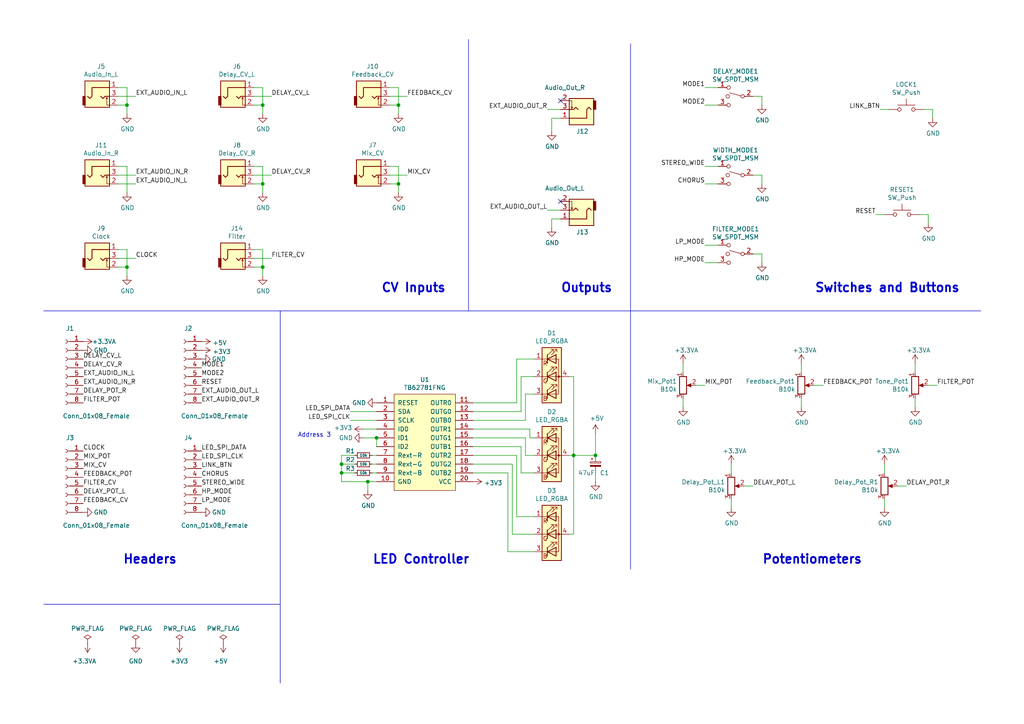
<source format=kicad_sch>
(kicad_sch (version 20230121) (generator eeschema)
  (paper "A4")
  (title_block (title "Retrospector Control Board") (company "Mountjoy Modular"))
  (lib_symbols
    (symbol "Connector:Conn_01x08_Female" (pin_names (offset 1.016) hide)
      (property "Reference" "J" (at 0 10.16 0))
      (property "Value" "Conn_01x08_Female" (at 0 -12.7 0))
      (symbol "Conn_01x08_Female_1_1"
        (arc (start 0 -9.652) (mid -0.5058 -10.16) (end 0 -10.668) (stroke (width 0.1524)))
        (arc (start 0 -7.112) (mid -0.5058 -7.62) (end 0 -8.128) (stroke (width 0.1524)))
        (arc (start 0 -4.572) (mid -0.5058 -5.08) (end 0 -5.588) (stroke (width 0.1524)))
        (arc (start 0 -2.032) (mid -0.5058 -2.54) (end 0 -3.048) (stroke (width 0.1524)))
        (polyline (pts (xy -1.27 -10.16) (xy -0.508 -10.16)) (stroke (width 0.1524)))
        (polyline (pts (xy -1.27 -7.62) (xy -0.508 -7.62)) (stroke (width 0.1524)))
        (polyline (pts (xy -1.27 -5.08) (xy -0.508 -5.08)) (stroke (width 0.1524)))
        (polyline (pts (xy -1.27 -2.54) (xy -0.508 -2.54)) (stroke (width 0.1524)))
        (polyline (pts (xy -1.27 0) (xy -0.508 0)) (stroke (width 0.1524)))
        (polyline (pts (xy -1.27 2.54) (xy -0.508 2.54)) (stroke (width 0.1524)))
        (polyline (pts (xy -1.27 5.08) (xy -0.508 5.08)) (stroke (width 0.1524)))
        (polyline (pts (xy -1.27 7.62) (xy -0.508 7.62)) (stroke (width 0.1524)))
        (arc (start 0 0.508) (mid -0.5058 0) (end 0 -0.508) (stroke (width 0.1524)))
        (arc (start 0 3.048) (mid -0.5058 2.54) (end 0 2.032) (stroke (width 0.1524)))
        (arc (start 0 5.588) (mid -0.5058 5.08) (end 0 4.572) (stroke (width 0.1524)))
        (arc (start 0 8.128) (mid -0.5058 7.62) (end 0 7.112) (stroke (width 0.1524)))
        (pin passive line (at -5.08 7.62 0) (length 3.81) (name "Pin_1") (number "1"))
        (pin passive line (at -5.08 5.08 0) (length 3.81) (name "Pin_2") (number "2"))
        (pin passive line (at -5.08 2.54 0) (length 3.81) (name "Pin_3") (number "3"))
        (pin passive line (at -5.08 0 0) (length 3.81) (name "Pin_4") (number "4"))
        (pin passive line (at -5.08 -2.54 0) (length 3.81) (name "Pin_5") (number "5"))
        (pin passive line (at -5.08 -5.08 0) (length 3.81) (name "Pin_6") (number "6"))
        (pin passive line (at -5.08 -7.62 0) (length 3.81) (name "Pin_7") (number "7"))
        (pin passive line (at -5.08 -10.16 0) (length 3.81) (name "Pin_8") (number "8"))
      )
    )
    (symbol "Device:CP_Small" (pin_numbers hide) (pin_names (offset 0.254) hide)
      (property "Reference" "C" (at 0.254 1.778 0))
      (property "Value" "Device_CP_Small" (at 0.254 -2.032 0))
      (symbol "CP_Small_0_1"
        (rectangle (start -1.524 -0.3048) (end 1.524 -0.6858) (fill (type outline)))
        (rectangle (start -1.524 0.6858) (end 1.524 0.3048))
        (polyline (pts (xy -1.27 1.524) (xy -0.762 1.524)))
        (polyline (pts (xy -1.016 1.27) (xy -1.016 1.778)))
      )
      (symbol "CP_Small_1_1"
        (pin passive line (at 0 2.54 270) (length 1.8542) (name "~") (number "1"))
        (pin passive line (at 0 -2.54 90) (length 1.8542) (name "~") (number "2"))
      )
    )
    (symbol "Device:LED_RGBA" (pin_names (offset 0) hide)
      (property "Reference" "D" (at 0 9.398 0))
      (property "Value" "LED_RGBA" (at 0 -8.89 0))
      (symbol "LED_RGBA_0_0"
        (text "B" (at -1.905 -6.35 0) (effects (font (size 1.27 1.27))))
        (text "G" (at -1.905 -1.27 0) (effects (font (size 1.27 1.27))))
        (text "R" (at -1.905 3.81 0) (effects (font (size 1.27 1.27))))
      )
      (symbol "LED_RGBA_0_1"
        (polyline (pts (xy -1.27 -5.08) (xy -2.54 -5.08)))
        (polyline (pts (xy -1.27 -5.08) (xy 1.27 -5.08)))
        (polyline (pts (xy -1.27 -3.81) (xy -1.27 -6.35)) (stroke (width 0.254)))
        (polyline (pts (xy -1.27 0) (xy -2.54 0)))
        (polyline (pts (xy -1.27 1.27) (xy -1.27 -1.27)) (stroke (width 0.254)))
        (polyline (pts (xy -1.27 5.08) (xy -2.54 5.08)))
        (polyline (pts (xy -1.27 5.08) (xy 1.27 5.08)))
        (polyline (pts (xy -1.27 6.35) (xy -1.27 3.81)) (stroke (width 0.254)))
        (polyline (pts (xy 1.27 0) (xy -1.27 0)))
        (polyline (pts (xy 1.27 0) (xy 2.54 0)))
        (polyline (pts (xy -1.27 1.27) (xy -1.27 -1.27) (xy -1.27 -1.27)))
        (polyline (pts (xy -1.27 6.35) (xy -1.27 3.81) (xy -1.27 3.81)))
        (polyline (pts (xy 1.27 -5.08) (xy 2.032 -5.08) (xy 2.032 5.08) (xy 1.27 5.08)))
        (polyline (pts (xy 1.27 -3.81) (xy 1.27 -6.35) (xy -1.27 -5.08) (xy 1.27 -3.81)) (stroke (width 0.254)))
        (polyline (pts (xy 1.27 1.27) (xy 1.27 -1.27) (xy -1.27 0) (xy 1.27 1.27)) (stroke (width 0.254)))
        (polyline (pts (xy 1.27 6.35) (xy 1.27 3.81) (xy -1.27 5.08) (xy 1.27 6.35)) (stroke (width 0.254)))
        (polyline (pts (xy -1.016 -3.81) (xy 0.508 -2.286) (xy -0.254 -2.286) (xy 0.508 -2.286) (xy 0.508 -3.048)))
        (polyline (pts (xy -1.016 1.27) (xy 0.508 2.794) (xy -0.254 2.794) (xy 0.508 2.794) (xy 0.508 2.032)))
        (polyline (pts (xy -1.016 6.35) (xy 0.508 7.874) (xy -0.254 7.874) (xy 0.508 7.874) (xy 0.508 7.112)))
        (polyline (pts (xy 0 -3.81) (xy 1.524 -2.286) (xy 0.762 -2.286) (xy 1.524 -2.286) (xy 1.524 -3.048)))
        (polyline (pts (xy 0 1.27) (xy 1.524 2.794) (xy 0.762 2.794) (xy 1.524 2.794) (xy 1.524 2.032)))
        (polyline (pts (xy 0 6.35) (xy 1.524 7.874) (xy 0.762 7.874) (xy 1.524 7.874) (xy 1.524 7.112)))
        (rectangle (start 1.27 -1.27) (end 1.27 1.27))
        (rectangle (start 1.27 1.27) (end 1.27 1.27))
        (rectangle (start 1.27 3.81) (end 1.27 6.35))
        (rectangle (start 1.27 6.35) (end 1.27 6.35))
        (circle (center 2.032 0) (radius 0.254) (fill (type outline)))
        (rectangle (start 2.794 8.382) (end -2.794 -7.62) (stroke (width 0.254)) (fill (type background)))
      )
      (symbol "LED_RGBA_1_1"
        (pin passive line (at -5.08 5.08 0) (length 2.54) (name "RK") (number "1"))
        (pin passive line (at -5.08 0 0) (length 2.54) (name "GK") (number "2"))
        (pin passive line (at -5.08 -5.08 0) (length 2.54) (name "BK") (number "3"))
        (pin passive line (at 5.08 0 180) (length 2.54) (name "A") (number "4"))
      )
    )
    (symbol "Device:R_POT" (pin_names (offset 1.016) hide)
      (property "Reference" "RV" (at -4.445 0 90))
      (property "Value" "Device_R_POT" (at -2.54 0 90))
      (symbol "R_POT_0_1"
        (polyline (pts (xy 2.54 0) (xy 1.524 0)))
        (polyline (pts (xy 1.143 0) (xy 2.286 0.508) (xy 2.286 -0.508) (xy 1.143 0)) (fill (type outline)))
        (rectangle (start 1.016 2.54) (end -1.016 -2.54) (stroke (width 0.254)))
      )
      (symbol "R_POT_1_1"
        (pin passive line (at 0 3.81 270) (length 1.27) (name "1") (number "1"))
        (pin passive line (at 3.81 0 180) (length 1.27) (name "2") (number "2"))
        (pin passive line (at 0 -3.81 90) (length 1.27) (name "3") (number "3"))
      )
    )
    (symbol "Device:R_Small" (pin_numbers hide) (pin_names (offset 0.254) hide)
      (property "Reference" "R" (at 0.762 0.508 0))
      (property "Value" "R_Small" (at 0.762 -1.016 0))
      (symbol "R_Small_0_1"
        (rectangle (start -0.762 1.778) (end 0.762 -1.778) (stroke (width 0.2032)))
      )
      (symbol "R_Small_1_1"
        (pin passive line (at 0 2.54 270) (length 0.762) (name "~") (number "1"))
        (pin passive line (at 0 -2.54 90) (length 0.762) (name "~") (number "2"))
      )
    )
    (symbol "Switch:SW_Push" (pin_numbers hide) (pin_names (offset 1.016) hide)
      (property "Reference" "SW" (at 1.27 2.54 0))
      (property "Value" "SW_Push" (at 0 -1.524 0))
      (symbol "SW_Push_0_1"
        (circle (center -2.032 0) (radius 0.508))
        (polyline (pts (xy 0 1.27) (xy 0 3.048)))
        (polyline (pts (xy 2.54 1.27) (xy -2.54 1.27)))
        (circle (center 2.032 0) (radius 0.508))
        (pin passive line (at -5.08 0 0) (length 2.54) (name "1") (number "1"))
        (pin passive line (at 5.08 0 180) (length 2.54) (name "2") (number "2"))
      )
    )
    (symbol "Switch:SW_SPDT_MSM" (pin_names (offset 0) hide)
      (property "Reference" "SW" (at 0 5.08 0))
      (property "Value" "SW_SPDT_MSM" (at 0 -5.08 0))
      (symbol "SW_SPDT_MSM_0_0"
        (circle (center -2.032 0) (radius 0.508))
        (polyline (pts (xy -1.524 0.127) (xy 1.778 1.016)))
        (circle (center 2.032 -2.54) (radius 0.508))
      )
      (symbol "SW_SPDT_MSM_0_1"
        (circle (center 2.032 2.54) (radius 0.508))
        (circle (center 2.286 0) (radius 0.508))
      )
      (symbol "SW_SPDT_MSM_1_1"
        (pin passive line (at 5.08 2.54 180) (length 2.54) (name "1") (number "1"))
        (pin passive line (at -5.08 0 0) (length 2.54) (name "2") (number "2"))
        (pin passive line (at 5.08 -2.54 180) (length 2.54) (name "3") (number "3"))
      )
    )
    (symbol "TB62781FNG:TB62781FNG" (pin_names (offset 1.016))
      (property "Reference" "U" (at 7.62 15.24 0))
      (property "Value" "TB62781FNG" (at -2.54 15.24 0))
      (symbol "TB62781FNG_0_0"
        (pin input line (at -12.7 10.16 0) (length 5.08) (name "RESET") (number "1"))
        (pin power_in line (at -12.7 -12.7 0) (length 5.08) (name "GND") (number "10"))
        (pin input line (at 15.24 10.16 180) (length 5.08) (name "OUTR0") (number "11"))
        (pin input line (at 15.24 7.62 180) (length 5.08) (name "OUTG0") (number "12"))
        (pin input line (at 15.24 5.08 180) (length 5.08) (name "OUTB0") (number "13"))
        (pin input line (at 15.24 2.54 180) (length 5.08) (name "OUTR1") (number "14"))
        (pin input line (at 15.24 0 180) (length 5.08) (name "OUTG1") (number "15"))
        (pin input line (at 15.24 -2.54 180) (length 5.08) (name "OUTB1") (number "16"))
        (pin input line (at 15.24 -5.08 180) (length 5.08) (name "OUTR2") (number "17"))
        (pin input line (at 15.24 -7.62 180) (length 5.08) (name "OUTG2") (number "18"))
        (pin input line (at 15.24 -10.16 180) (length 5.08) (name "OUTB2") (number "19"))
        (pin input line (at -12.7 7.62 0) (length 5.08) (name "SDA") (number "2"))
        (pin power_in line (at 15.24 -12.7 180) (length 5.08) (name "VCC") (number "20"))
        (pin input line (at -12.7 5.08 0) (length 5.08) (name "SCLK") (number "3"))
        (pin input line (at -12.7 2.54 0) (length 5.08) (name "ID0") (number "4"))
        (pin input line (at -12.7 0 0) (length 5.08) (name "ID1") (number "5"))
        (pin input line (at -12.7 -2.54 0) (length 5.08) (name "ID2") (number "6"))
        (pin output line (at -12.7 -5.08 0) (length 5.08) (name "Rext-R") (number "7"))
        (pin output line (at -12.7 -7.62 0) (length 5.08) (name "Rext-G") (number "8"))
        (pin output line (at -12.7 -10.16 0) (length 5.08) (name "Rext-B") (number "9"))
      )
      (symbol "TB62781FNG_0_1"
        (rectangle (start -7.62 12.7) (end 10.16 -15.24) (fill (type background)))
      )
    )
    (symbol "power:+3.3V" (power) (pin_names (offset 0))
      (property "Value" "+3.3V" (at 0 3.556 0))
      (symbol "+3.3V_0_1"
        (polyline (pts (xy -0.762 1.27) (xy 0 2.54)))
        (polyline (pts (xy 0 0) (xy 0 2.54)))
        (polyline (pts (xy 0 2.54) (xy 0.762 1.27)))
      )
      (symbol "+3.3V_1_1"
        (pin power_in line (at 0 0 90) (length 0) hide (name "+3V3") (number "1"))
      )
    )
    (symbol "power:+3.3VA" (power) (pin_names (offset 0))
      (property "Value" "+3.3VA" (at 0 3.556 0))
      (symbol "+3.3VA_0_1"
        (polyline (pts (xy -0.762 1.27) (xy 0 2.54)))
        (polyline (pts (xy 0 0) (xy 0 2.54)))
        (polyline (pts (xy 0 2.54) (xy 0.762 1.27)))
      )
      (symbol "+3.3VA_1_1"
        (pin power_in line (at 0 0 90) (length 0) hide (name "+3.3VA") (number "1"))
      )
    )
    (symbol "power:+5V" (power) (pin_names (offset 0))
      (property "Value" "+5V" (at 0 3.556 0))
      (symbol "+5V_0_1"
        (polyline (pts (xy -0.762 1.27) (xy 0 2.54)))
        (polyline (pts (xy 0 0) (xy 0 2.54)))
        (polyline (pts (xy 0 2.54) (xy 0.762 1.27)))
      )
      (symbol "+5V_1_1"
        (pin power_in line (at 0 0 90) (length 0) hide (name "+5V") (number "1"))
      )
    )
    (symbol "power:GND" (power) (pin_names (offset 0))
      (property "Value" "GND" (at 0 -3.81 0))
      (symbol "GND_0_1"
        (polyline (pts (xy 0 0) (xy 0 -1.27) (xy 1.27 -1.27) (xy 0 -2.54) (xy -1.27 -1.27) (xy 0 -1.27)))
      )
      (symbol "GND_1_1"
        (pin power_in line (at 0 0 270) (length 0) hide (name "GND") (number "1"))
      )
    )
    (symbol "power:PWR_FLAG" (power) (pin_numbers hide) (pin_names (offset 0) hide)
      (property "Value" "PWR_FLAG" (at 0 3.81 0))
      (symbol "PWR_FLAG_0_0"
        (pin power_out line (at 0 0 90) (length 0) (name "pwr") (number "1"))
      )
      (symbol "PWR_FLAG_0_1"
        (polyline (pts (xy 0 0) (xy 0 1.27) (xy -1.016 1.905) (xy 0 2.54) (xy 1.016 1.905) (xy 0 1.27)))
      )
    )
    (symbol "thonkiconn:AudioJack2_Ground_Switch" (pin_names (offset 1.016))
      (property "Reference" "J" (at 0 8.89 0))
      (property "Value" "AudioJack2_Ground_Switch" (at 0 6.35 0))
      (symbol "AudioJack2_Ground_Switch_0_1"
        (rectangle (start -4.445 -2.54) (end -5.207 0) (fill (type outline)))
        (polyline (pts (xy 1.778 -0.254) (xy 2.032 -0.762)))
        (polyline (pts (xy 0 0) (xy 0.635 -0.635) (xy 1.27 0) (xy 2.54 0)) (stroke (width 0.254)))
        (polyline (pts (xy 2.54 -2.54) (xy 1.778 -2.54) (xy 1.778 -0.254) (xy 1.524 -0.762)))
        (polyline (pts (xy 2.54 2.54) (xy -2.54 2.54) (xy -2.54 0) (xy -3.175 -0.635) (xy -3.81 0)) (stroke (width 0.254)))
        (rectangle (start 2.54 -3.175) (end -4.572 4.445) (stroke (width 0.254)) (fill (type background)))
      )
      (symbol "AudioJack2_Ground_Switch_1_1"
        (pin passive line (at 5.08 2.54 180) (length 2.54) (name "~") (number "1"))
        (pin passive line (at 5.08 -2.54 180) (length 2.54) (name "~") (number "2"))
        (pin passive line (at 5.08 0 180) (length 2.54) (name "~") (number "3"))
      )
    )
  )
  (junction (at 115.57 53.34))
  (junction (at 166.37 132.08))
  (junction (at 36.83 30.48))
  (junction (at 76.2 30.48))
  (junction (at 99.06 137.16))
  (junction (at 172.72 132.08))
  (junction (at 76.2 77.47))
  (junction (at 115.57 30.48))
  (junction (at 76.2 53.34))
  (junction (at 109.22 127))
  (junction (at 36.83 77.47))
  (junction (at 99.06 134.62))
  (junction (at 106.68 139.7))
  (no_connect (at 162.56 29.21))
  (no_connect (at 162.56 58.42))
  (wire (pts (xy 220.98 50.8) (xy 218.44 50.8)))
  (wire (pts (xy 106.68 142.24) (xy 106.68 139.7)))
  (wire (pts (xy 107.95 132.08) (xy 109.22 132.08)))
  (wire (pts (xy 232.41 105.41) (xy 232.41 107.95)))
  (wire (pts (xy 151.13 119.38) (xy 137.16 119.38)))
  (wire (pts (xy 220.98 50.8) (xy 220.98 53.34)))
  (wire (pts (xy 265.43 115.57) (xy 265.43 118.11)))
  (wire (pts (xy 115.57 53.34) (xy 115.57 55.88)))
  (wire (pts (xy 154.94 114.3) (xy 152.4 114.3)))
  (wire (pts (xy 154.94 104.14) (xy 149.86 104.14)))
  (wire (pts (xy 220.98 73.66) (xy 218.44 73.66)))
  (wire (pts (xy 36.83 30.48) (xy 36.83 33.02)))
  (wire (pts (xy 113.03 25.4) (xy 115.57 25.4)))
  (wire (pts (xy 34.29 77.47) (xy 36.83 77.47)))
  (wire (pts (xy 113.03 50.8) (xy 118.11 50.8)))
  (wire (pts (xy 166.37 132.08) (xy 165.1 132.08)))
  (wire (pts (xy 105.41 127) (xy 109.22 127)))
  (wire (pts (xy 254 62.23) (xy 256.54 62.23)))
  (wire (pts (xy 99.06 139.7) (xy 106.68 139.7)))
  (wire (pts (xy 99.06 134.62) (xy 99.06 137.16)))
  (polyline (pts (xy 135.89 11.43) (xy 135.89 90.17)))
  (wire (pts (xy 34.29 53.34) (xy 39.37 53.34)))
  (wire (pts (xy 113.03 27.94) (xy 118.11 27.94)))
  (wire (pts (xy 153.67 127) (xy 153.67 124.46)))
  (wire (pts (xy 208.28 30.48) (xy 204.47 30.48)))
  (wire (pts (xy 267.97 31.75) (xy 270.51 31.75)))
  (wire (pts (xy 76.2 72.39) (xy 76.2 77.47)))
  (wire (pts (xy 149.86 116.84) (xy 137.16 116.84)))
  (wire (pts (xy 198.12 105.41) (xy 198.12 107.95)))
  (wire (pts (xy 115.57 30.48) (xy 115.57 33.02)))
  (wire (pts (xy 208.28 25.4) (xy 204.47 25.4)))
  (wire (pts (xy 162.56 34.29) (xy 160.02 34.29)))
  (wire (pts (xy 109.22 129.54) (xy 109.22 127)))
  (wire (pts (xy 113.03 48.26) (xy 115.57 48.26)))
  (wire (pts (xy 102.87 137.16) (xy 99.06 137.16)))
  (wire (pts (xy 102.87 132.08) (xy 99.06 132.08)))
  (wire (pts (xy 99.06 132.08) (xy 99.06 134.62)))
  (wire (pts (xy 73.66 30.48) (xy 76.2 30.48)))
  (wire (pts (xy 76.2 53.34) (xy 76.2 55.88)))
  (wire (pts (xy 34.29 74.93) (xy 39.37 74.93)))
  (wire (pts (xy 34.29 30.48) (xy 36.83 30.48)))
  (wire (pts (xy 148.59 154.94) (xy 154.94 154.94)))
  (wire (pts (xy 220.98 73.66) (xy 220.98 76.2)))
  (wire (pts (xy 76.2 77.47) (xy 76.2 80.01)))
  (wire (pts (xy 149.86 132.08) (xy 137.16 132.08)))
  (wire (pts (xy 160.02 34.29) (xy 160.02 38.1)))
  (wire (pts (xy 34.29 50.8) (xy 39.37 50.8)))
  (wire (pts (xy 152.4 121.92) (xy 137.16 121.92)))
  (wire (pts (xy 154.94 137.16) (xy 151.13 137.16)))
  (wire (pts (xy 147.32 160.02) (xy 154.94 160.02)))
  (wire (pts (xy 154.94 149.86) (xy 149.86 149.86)))
  (wire (pts (xy 36.83 48.26) (xy 36.83 55.88)))
  (wire (pts (xy 265.43 105.41) (xy 265.43 107.95)))
  (wire (pts (xy 162.56 60.96) (xy 158.75 60.96)))
  (wire (pts (xy 208.28 48.26) (xy 204.47 48.26)))
  (wire (pts (xy 270.51 31.75) (xy 270.51 34.29)))
  (wire (pts (xy 102.87 134.62) (xy 99.06 134.62)))
  (wire (pts (xy 208.28 76.2) (xy 204.47 76.2)))
  (wire (pts (xy 236.22 111.76) (xy 238.76 111.76)))
  (wire (pts (xy 208.28 53.34) (xy 204.47 53.34)))
  (wire (pts (xy 172.72 139.7) (xy 172.72 137.16)))
  (wire (pts (xy 149.86 149.86) (xy 149.86 132.08)))
  (wire (pts (xy 152.4 114.3) (xy 152.4 121.92)))
  (wire (pts (xy 36.83 77.47) (xy 36.83 80.01)))
  (wire (pts (xy 212.09 134.62) (xy 212.09 137.16)))
  (wire (pts (xy 166.37 154.94) (xy 165.1 154.94)))
  (wire (pts (xy 107.95 134.62) (xy 109.22 134.62)))
  (wire (pts (xy 256.54 134.62) (xy 256.54 137.16)))
  (wire (pts (xy 137.16 134.62) (xy 148.59 134.62)))
  (wire (pts (xy 113.03 30.48) (xy 115.57 30.48)))
  (polyline (pts (xy 81.28 198.12) (xy 81.28 90.17)))
  (wire (pts (xy 208.28 71.12) (xy 204.47 71.12)))
  (polyline (pts (xy 12.7 175.26) (xy 81.28 175.26)))
  (wire (pts (xy 36.83 72.39) (xy 36.83 77.47)))
  (wire (pts (xy 148.59 134.62) (xy 148.59 154.94)))
  (wire (pts (xy 34.29 27.94) (xy 39.37 27.94)))
  (wire (pts (xy 73.66 50.8) (xy 78.74 50.8)))
  (wire (pts (xy 36.83 25.4) (xy 36.83 30.48)))
  (wire (pts (xy 73.66 27.94) (xy 78.74 27.94)))
  (wire (pts (xy 137.16 137.16) (xy 147.32 137.16)))
  (wire (pts (xy 269.24 111.76) (xy 271.78 111.76)))
  (wire (pts (xy 147.32 137.16) (xy 147.32 160.02)))
  (wire (pts (xy 152.4 132.08) (xy 152.4 127)))
  (wire (pts (xy 101.6 121.92) (xy 109.22 121.92)))
  (wire (pts (xy 166.37 132.08) (xy 166.37 154.94)))
  (wire (pts (xy 165.1 109.22) (xy 166.37 109.22)))
  (wire (pts (xy 151.13 109.22) (xy 151.13 119.38)))
  (wire (pts (xy 162.56 31.75) (xy 158.75 31.75)))
  (wire (pts (xy 76.2 25.4) (xy 76.2 30.48)))
  (wire (pts (xy 113.03 53.34) (xy 115.57 53.34)))
  (wire (pts (xy 76.2 30.48) (xy 76.2 33.02)))
  (polyline (pts (xy 182.88 12.7) (xy 182.88 165.1)))
  (wire (pts (xy 232.41 115.57) (xy 232.41 118.11)))
  (wire (pts (xy 160.02 63.5) (xy 160.02 66.04)))
  (wire (pts (xy 212.09 144.78) (xy 212.09 147.32)))
  (wire (pts (xy 151.13 129.54) (xy 137.16 129.54)))
  (wire (pts (xy 151.13 137.16) (xy 151.13 129.54)))
  (wire (pts (xy 154.94 109.22) (xy 151.13 109.22)))
  (polyline (pts (xy 12.7 90.17) (xy 284.48 90.17)))
  (wire (pts (xy 34.29 72.39) (xy 36.83 72.39)))
  (wire (pts (xy 106.68 139.7) (xy 109.22 139.7)))
  (wire (pts (xy 99.06 137.16) (xy 99.06 139.7)))
  (wire (pts (xy 269.24 62.23) (xy 269.24 64.77)))
  (wire (pts (xy 256.54 144.78) (xy 256.54 147.32)))
  (wire (pts (xy 115.57 48.26) (xy 115.57 53.34)))
  (wire (pts (xy 260.35 140.97) (xy 262.89 140.97)))
  (wire (pts (xy 172.72 125.73) (xy 172.72 132.08)))
  (wire (pts (xy 154.94 127) (xy 153.67 127)))
  (wire (pts (xy 220.98 27.94) (xy 220.98 30.48)))
  (wire (pts (xy 215.9 140.97) (xy 218.44 140.97)))
  (wire (pts (xy 152.4 127) (xy 137.16 127)))
  (wire (pts (xy 198.12 115.57) (xy 198.12 118.11)))
  (wire (pts (xy 166.37 132.08) (xy 172.72 132.08)))
  (wire (pts (xy 201.93 111.76) (xy 204.47 111.76)))
  (wire (pts (xy 166.37 109.22) (xy 166.37 132.08)))
  (wire (pts (xy 34.29 25.4) (xy 36.83 25.4)))
  (wire (pts (xy 154.94 132.08) (xy 152.4 132.08)))
  (wire (pts (xy 162.56 63.5) (xy 160.02 63.5)))
  (wire (pts (xy 73.66 72.39) (xy 76.2 72.39)))
  (wire (pts (xy 107.95 137.16) (xy 109.22 137.16)))
  (wire (pts (xy 105.41 124.46) (xy 109.22 124.46)))
  (wire (pts (xy 73.66 25.4) (xy 76.2 25.4)))
  (wire (pts (xy 101.6 119.38) (xy 109.22 119.38)))
  (wire (pts (xy 73.66 77.47) (xy 76.2 77.47)))
  (wire (pts (xy 153.67 124.46) (xy 137.16 124.46)))
  (wire (pts (xy 73.66 48.26) (xy 76.2 48.26)))
  (wire (pts (xy 149.86 104.14) (xy 149.86 116.84)))
  (wire (pts (xy 266.7 62.23) (xy 269.24 62.23)))
  (wire (pts (xy 115.57 25.4) (xy 115.57 30.48)))
  (wire (pts (xy 220.98 27.94) (xy 218.44 27.94)))
  (wire (pts (xy 34.29 48.26) (xy 36.83 48.26)))
  (wire (pts (xy 73.66 53.34) (xy 76.2 53.34)))
  (wire (pts (xy 255.27 31.75) (xy 257.81 31.75)))
  (wire (pts (xy 73.66 74.93) (xy 78.74 74.93)))
  (wire (pts (xy 76.2 48.26) (xy 76.2 53.34)))
  (text "Potentiometers" (at 220.98 163.83 0) (effects (font (size 2.54 2.54) (thickness 0.508) bold) (justify left bottom)))
  (text "Address 3" (at 86.36 127 0) (effects (font (size 1.27 1.27)) (justify left bottom)))
  (text "LED Controller" (at 107.95 163.83 0) (effects (font (size 2.54 2.54) (thickness 0.508) bold) (justify left bottom)))
  (text "Switches and Buttons" (at 236.22 85.09 0) (effects (font (size 2.54 2.54) (thickness 0.508) bold) (justify left bottom)))
  (text "CV Inputs" (at 110.49 85.09 0) (effects (font (size 2.54 2.54) (thickness 0.508) bold) (justify left bottom)))
  (text "Outputs" (at 162.56 85.09 0) (effects (font (size 2.54 2.54) (thickness 0.508) bold) (justify left bottom)))
  (text "Headers" (at 35.56 163.83 0) (effects (font (size 2.54 2.54) (thickness 0.508) bold) (justify left bottom)))
  (label "DELAY_POT_L" (at 24.13 143.51 0))
  (label "MIX_POT" (at 24.13 133.35 0))
  (label "FILTER_CV" (at 24.13 140.97 0))
  (label "DELAY_CV_R" (at 78.74 50.8 0))
  (label "LP_MODE" (at 58.42 146.05 0))
  (label "DELAY_CV_R" (at 24.13 106.68 0))
  (label "RESET" (at 254 62.23 180))
  (label "DELAY_POT_L" (at 218.44 140.97 0))
  (label "LED_SPI_CLK" (at 58.42 133.35 0))
  (label "STEREO_WIDE" (at 58.42 140.97 0))
  (label "DELAY_CV_L" (at 24.13 104.14 0))
  (label "CLOCK" (at 39.37 74.93 0))
  (label "EXT_AUDIO_OUT_L" (at 58.42 114.3 0))
  (label "LED_SPI_DATA" (at 58.42 130.81 0))
  (label "DELAY_POT_R" (at 262.89 140.97 0))
  (label "FEEDBACK_CV" (at 24.13 146.05 0))
  (label "CHORUS" (at 204.47 53.34 180))
  (label "FEEDBACK_POT" (at 24.13 138.43 0))
  (label "HP_MODE" (at 204.47 76.2 180))
  (label "EXT_AUDIO_IN_L" (at 39.37 27.94 0))
  (label "EXT_AUDIO_OUT_L" (at 158.75 60.96 180))
  (label "MODE2" (at 58.42 109.22 0))
  (label "FILTER_POT" (at 271.78 111.76 0))
  (label "FEEDBACK_CV" (at 118.11 27.94 0))
  (label "DELAY_POT_R" (at 24.13 114.3 0))
  (label "FILTER_CV" (at 78.74 74.93 0))
  (label "MODE1" (at 204.47 25.4 180))
  (label "RESET" (at 58.42 111.76 0))
  (label "MIX_CV" (at 118.11 50.8 0))
  (label "LED_SPI_CLK" (at 101.6 121.92 180))
  (label "CLOCK" (at 24.13 130.81 0))
  (label "HP_MODE" (at 58.42 143.51 0))
  (label "DELAY_CV_L" (at 78.74 27.94 0))
  (label "FEEDBACK_POT" (at 238.76 111.76 0))
  (label "FILTER_POT" (at 24.13 116.84 0))
  (label "LINK_BTN" (at 255.27 31.75 180))
  (label "MODE2" (at 204.47 30.48 180))
  (label "LED_SPI_DATA" (at 101.6 119.38 180))
  (label "EXT_AUDIO_OUT_R" (at 58.42 116.84 0))
  (label "EXT_AUDIO_IN_L" (at 24.13 109.22 0))
  (label "EXT_AUDIO_IN_L" (at 39.37 53.34 0))
  (label "LINK_BTN" (at 58.42 135.89 0))
  (label "MODE1" (at 58.42 106.68 0))
  (label "MIX_POT" (at 204.47 111.76 0))
  (label "MIX_CV" (at 24.13 135.89 0))
  (label "STEREO_WIDE" (at 204.47 48.26 180))
  (label "EXT_AUDIO_IN_R" (at 39.37 50.8 0))
  (label "EXT_AUDIO_IN_R" (at 24.13 111.76 0))
  (label "CHORUS" (at 58.42 138.43 0))
  (label "LP_MODE" (at 204.47 71.12 180))
  (label "EXT_AUDIO_OUT_R" (at 158.75 31.75 180))
  (symbol (lib_id "Device:R_POT") (at 198.12 111.76 0) (unit 1)
    (property "Reference" "Mix_Pot1" (at 196.3674 110.5916 0) (effects (justify right)))
    (property "Value" "B10k" (at 196.3674 112.903 0) (effects (justify right)))
    (property "Footprint" "Custom_Footprints:Alpha_9mm_Potentiometer_Aligned" (effects hide))
  )
  (symbol (lib_id "power:+3.3VA") (at 198.12 105.41 0) (unit 1)
    (property "Reference" "#PWR019" (effects hide))
    (property "Value" "+3.3VA" (at 195.58 101.6 0) (effects (justify left)))
  )
  (symbol (lib_id "power:GND") (at 198.12 118.11 0) (unit 1)
    (property "Reference" "#PWR022" (effects hide))
    (property "Value" "GND" (at 198.247 122.5042 0))
  )
  (symbol (lib_id "power:PWR_FLAG") (at 25.4 186.69 0) (unit 1)
    (property "Reference" "#FLG0101" (effects hide))
    (property "Value" "PWR_FLAG" (at 25.4 182.2958 0))
  )
  (symbol (lib_id "power:+3.3VA") (at 25.4 186.69 180) (unit 1)
    (property "Reference" "#PWR0101" (effects hide))
    (property "Value" "+3.3VA" (at 27.94 191.77 0) (effects (justify left)))
  )
  (symbol (lib_id "Device:R_POT") (at 265.43 111.76 0) (unit 1)
    (property "Reference" "Tone_Pot1" (at 263.6774 110.5916 0) (effects (justify right)))
    (property "Value" "B10k" (at 263.6774 112.903 0) (effects (justify right)))
    (property "Footprint" "Custom_Footprints:Alpha_9mm_Potentiometer_Aligned" (effects hide))
  )
  (symbol (lib_id "power:+3.3VA") (at 265.43 105.41 0) (unit 1)
    (property "Reference" "#PWR020" (effects hide))
    (property "Value" "+3.3VA" (at 262.89 101.6 0) (effects (justify left)))
  )
  (symbol (lib_id "power:GND") (at 265.43 118.11 0) (unit 1)
    (property "Reference" "#PWR023" (effects hide))
    (property "Value" "GND" (at 265.557 122.5042 0))
  )
  (symbol (lib_id "Device:R_POT") (at 232.41 111.76 0) (unit 1)
    (property "Reference" "Feedback_Pot1" (at 230.6574 110.5916 0) (effects (justify right)))
    (property "Value" "B10k" (at 230.6574 112.903 0) (effects (justify right)))
    (property "Footprint" "Custom_Footprints:Alpha_9mm_Potentiometer_Aligned" (effects hide))
  )
  (symbol (lib_id "power:+3.3VA") (at 232.41 105.41 0) (unit 1)
    (property "Reference" "#PWR021" (effects hide))
    (property "Value" "+3.3VA" (at 229.87 101.6 0) (effects (justify left)))
  )
  (symbol (lib_id "power:GND") (at 232.41 118.11 0) (unit 1)
    (property "Reference" "#PWR024" (effects hide))
    (property "Value" "GND" (at 232.537 122.5042 0))
  )
  (symbol (lib_id "Device:R_POT") (at 212.09 140.97 0) (unit 1)
    (property "Reference" "Delay_Pot_L1" (at 210.3374 139.8016 0) (effects (justify right)))
    (property "Value" "B10k" (at 210.3374 142.113 0) (effects (justify right)))
    (property "Footprint" "Custom_Footprints:Alpha_9mm_Potentiometer_Aligned" (effects hide))
  )
  (symbol (lib_id "power:+3.3VA") (at 212.09 134.62 0) (unit 1)
    (property "Reference" "#PWR025" (effects hide))
    (property "Value" "+3.3VA" (at 209.55 130.81 0) (effects (justify left)))
  )
  (symbol (lib_id "power:GND") (at 212.09 147.32 0) (unit 1)
    (property "Reference" "#PWR028" (effects hide))
    (property "Value" "GND" (at 212.217 151.7142 0))
  )
  (symbol (lib_id "Device:R_POT") (at 256.54 140.97 0) (unit 1)
    (property "Reference" "Delay_Pot_R1" (at 254.7874 139.8016 0) (effects (justify right)))
    (property "Value" "B10k" (at 254.7874 142.113 0) (effects (justify right)))
    (property "Footprint" "Custom_Footprints:Alpha_9mm_Potentiometer_Aligned" (effects hide))
  )
  (symbol (lib_id "power:+3.3VA") (at 256.54 134.62 0) (unit 1)
    (property "Reference" "#PWR026" (effects hide))
    (property "Value" "+3.3VA" (at 254 130.81 0) (effects (justify left)))
  )
  (symbol (lib_id "power:GND") (at 256.54 147.32 0) (unit 1)
    (property "Reference" "#PWR029" (effects hide))
    (property "Value" "GND" (at 256.667 151.7142 0))
  )
  (symbol (lib_id "thonkiconn:AudioJack2_Ground_Switch") (at 29.21 27.94 0) (unit 1)
    (property "Reference" "J5" (at 29.337 19.2532 0))
    (property "Value" "Audio_In_L" (at 29.337 21.5646 0))
    (property "Footprint" "Custom_Footprints:THONKICONN_hole" (effects hide))
  )
  (symbol (lib_id "power:GND") (at 36.83 33.02 0) (unit 1)
    (property "Reference" "#PWR03" (effects hide))
    (property "Value" "GND" (at 36.957 37.4142 0))
  )
  (symbol (lib_id "thonkiconn:AudioJack2_Ground_Switch") (at 29.21 50.8 0) (unit 1)
    (property "Reference" "J11" (at 29.337 42.1132 0))
    (property "Value" "Audio_In_R" (at 29.337 44.4246 0))
    (property "Footprint" "Custom_Footprints:THONKICONN_hole" (effects hide))
  )
  (symbol (lib_id "power:GND") (at 36.83 55.88 0) (unit 1)
    (property "Reference" "#PWR07" (effects hide))
    (property "Value" "GND" (at 36.957 60.2742 0))
  )
  (symbol (lib_id "thonkiconn:AudioJack2_Ground_Switch") (at 68.58 27.94 0) (unit 1)
    (property "Reference" "J6" (at 68.707 19.2532 0))
    (property "Value" "Delay_CV_L" (at 68.707 21.5646 0))
    (property "Footprint" "Custom_Footprints:THONKICONN_hole" (effects hide))
  )
  (symbol (lib_id "power:GND") (at 76.2 33.02 0) (unit 1)
    (property "Reference" "#PWR04" (effects hide))
    (property "Value" "GND" (at 76.327 37.4142 0))
  )
  (symbol (lib_id "thonkiconn:AudioJack2_Ground_Switch") (at 68.58 50.8 0) (unit 1)
    (property "Reference" "J8" (at 68.707 42.1132 0))
    (property "Value" "Delay_CV_R" (at 68.707 44.4246 0))
    (property "Footprint" "Custom_Footprints:THONKICONN_hole" (effects hide))
  )
  (symbol (lib_id "power:GND") (at 76.2 55.88 0) (unit 1)
    (property "Reference" "#PWR08" (effects hide))
    (property "Value" "GND" (at 76.327 60.2742 0))
  )
  (symbol (lib_id "thonkiconn:AudioJack2_Ground_Switch") (at 107.95 50.8 0) (unit 1)
    (property "Reference" "J7" (at 108.077 42.1132 0))
    (property "Value" "Mix_CV" (at 108.077 44.4246 0))
    (property "Footprint" "Custom_Footprints:THONKICONN_hole" (effects hide))
  )
  (symbol (lib_id "power:GND") (at 115.57 55.88 0) (unit 1)
    (property "Reference" "#PWR09" (effects hide))
    (property "Value" "GND" (at 115.697 60.2742 0))
  )
  (symbol (lib_id "thonkiconn:AudioJack2_Ground_Switch") (at 107.95 27.94 0) (unit 1)
    (property "Reference" "J10" (at 108.077 19.2532 0))
    (property "Value" "Feedback_CV" (at 108.077 21.5646 0))
    (property "Footprint" "Custom_Footprints:THONKICONN_hole" (effects hide))
  )
  (symbol (lib_id "power:GND") (at 115.57 33.02 0) (unit 1)
    (property "Reference" "#PWR05" (effects hide))
    (property "Value" "GND" (at 115.697 37.4142 0))
  )
  (symbol (lib_id "thonkiconn:AudioJack2_Ground_Switch") (at 167.64 60.96 180) (unit 1)
    (property "Reference" "J13" (at 168.91 67.31 0))
    (property "Value" "Audio_Out_L" (at 163.83 54.61 0))
    (property "Footprint" "Custom_Footprints:THONKICONN_hole" (effects hide))
  )
  (symbol (lib_id "power:GND") (at 160.02 66.04 0) (unit 1)
    (property "Reference" "#PWR010" (effects hide))
    (property "Value" "GND" (at 160.147 70.4342 0))
  )
  (symbol (lib_id "thonkiconn:AudioJack2_Ground_Switch") (at 167.64 31.75 180) (unit 1)
    (property "Reference" "J12" (at 168.91 38.1 0))
    (property "Value" "Audio_Out_R" (at 163.83 25.4 0))
    (property "Footprint" "Custom_Footprints:THONKICONN_hole" (effects hide))
  )
  (symbol (lib_id "power:GND") (at 160.02 38.1 0) (unit 1)
    (property "Reference" "#PWR06" (effects hide))
    (property "Value" "GND" (at 160.147 42.4942 0))
  )
  (symbol (lib_id "Switch:SW_Push") (at 261.62 62.23 0) (unit 1)
    (property "Reference" "RESET1" (at 261.62 54.991 0))
    (property "Value" "SW_Push" (at 261.62 57.3024 0))
    (property "Footprint" "Custom_Footprints:SW_PUSH_6mm_aligned" (effects hide))
  )
  (symbol (lib_id "power:GND") (at 220.98 30.48 0) (unit 1)
    (property "Reference" "#PWR02" (effects hide))
    (property "Value" "GND" (at 221.107 34.8742 0))
  )
  (symbol (lib_id "power:GND") (at 269.24 64.77 0) (unit 1)
    (property "Reference" "#PWR012" (effects hide))
    (property "Value" "GND" (at 269.367 69.1642 0))
  )
  (symbol (lib_id "thonkiconn:AudioJack2_Ground_Switch") (at 29.21 74.93 0) (unit 1)
    (property "Reference" "J9" (at 29.337 66.2432 0))
    (property "Value" "Clock" (at 29.337 68.5546 0))
    (property "Footprint" "Custom_Footprints:THONKICONN_hole" (effects hide))
  )
  (symbol (lib_id "power:GND") (at 36.83 80.01 0) (unit 1)
    (property "Reference" "#PWR014" (effects hide))
    (property "Value" "GND" (at 36.957 84.4042 0))
  )
  (symbol (lib_id "power:GND") (at 24.13 101.6 90) (unit 1)
    (property "Reference" "#PWR018" (effects hide))
    (property "Value" "GND" (at 29.21 101.6 90))
  )
  (symbol (lib_id "TB62781FNG:TB62781FNG") (at 121.92 127 0) (unit 1)
    (property "Reference" "U1" (at 123.19 110.109 0))
    (property "Value" "TB62781FNG" (at 123.19 112.4204 0))
    (property "Footprint" "Housings_SSOP:SSOP-20_4.4x6.5mm_Pitch0.65mm" (effects hide))
  )
  (symbol (lib_id "power:+3.3V") (at 105.41 124.46 90) (unit 1)
    (property "Reference" "#PWR0103" (effects hide))
    (property "Value" "+3.3V" (at 102.1588 124.079 90) (effects (justify left)))
  )
  (symbol (lib_id "power:GND") (at 105.41 127 270) (unit 1)
    (property "Reference" "#PWR0104" (effects hide))
    (property "Value" "GND" (at 100.33 127 90))
  )
  (symbol (lib_id "power:+3.3V") (at 58.42 101.6 270) (unit 1)
    (property "Reference" "#PWR017" (effects hide))
    (property "Value" "+3.3V" (at 61.6712 101.981 90) (effects (justify left)))
  )
  (symbol (lib_id "power:+3.3V") (at 137.16 139.7 270) (unit 1)
    (property "Reference" "#PWR035" (effects hide))
    (property "Value" "+3.3V" (at 140.4112 140.081 90) (effects (justify left)))
  )
  (symbol (lib_id "power:GND") (at 106.68 142.24 0) (unit 1)
    (property "Reference" "#PWR034" (effects hide))
    (property "Value" "GND" (at 106.807 146.6342 0))
  )
  (symbol (lib_id "Device:R_Small") (at 105.41 132.08 270) (unit 1)
    (property "Reference" "R1" (at 101.6 130.81 90))
    (property "Value" "10k" (at 105.41 132.08 90) (effects (font (size 0.762 0.762))))
    (property "Footprint" "Resistors_SMD:R_0603_HandSoldering" (effects hide))
  )
  (symbol (lib_id "Device:R_Small") (at 105.41 134.62 270) (unit 1)
    (property "Reference" "R2" (at 101.6 133.35 90))
    (property "Value" "10k" (at 105.41 134.62 90) (effects (font (size 0.762 0.762))))
    (property "Footprint" "Resistors_SMD:R_0603_HandSoldering" (effects hide))
  )
  (symbol (lib_id "Device:R_Small") (at 105.41 137.16 270) (unit 1)
    (property "Reference" "R3" (at 101.6 135.89 90))
    (property "Value" "10k" (at 105.41 137.16 90) (effects (font (size 0.762 0.762))))
    (property "Footprint" "Resistors_SMD:R_0603_HandSoldering" (effects hide))
  )
  (symbol (lib_id "thonkiconn:AudioJack2_Ground_Switch") (at 68.58 74.93 0) (unit 1)
    (property "Reference" "J14" (at 68.707 66.2432 0))
    (property "Value" "Filter" (at 68.707 68.5546 0))
    (property "Footprint" "Custom_Footprints:THONKICONN_hole" (effects hide))
  )
  (symbol (lib_id "power:GND") (at 76.2 80.01 0) (unit 1)
    (property "Reference" "#PWR033" (effects hide))
    (property "Value" "GND" (at 76.327 84.4042 0))
  )
  (symbol (lib_id "power:+5V") (at 172.72 125.73 0) (unit 1)
    (property "Reference" "#PWR036" (effects hide))
    (property "Value" "+5V" (at 173.101 121.3358 0))
  )
  (symbol (lib_id "power:+5V") (at 58.42 99.06 270) (unit 1)
    (property "Reference" "#PWR027" (effects hide))
    (property "Value" "+5V" (at 61.6712 99.441 90) (effects (justify left)))
  )
  (symbol (lib_id "power:GND") (at 109.22 116.84 270) (unit 1)
    (property "Reference" "#PWR0105" (effects hide))
    (property "Value" "GND" (at 104.14 116.84 90))
  )
  (symbol (lib_id "power:GND") (at 39.37 186.69 0) (unit 1)
    (property "Reference" "#PWR0102" (effects hide))
    (property "Value" "GND" (at 39.37 191.77 0))
  )
  (symbol (lib_id "power:PWR_FLAG") (at 39.37 186.69 0) (unit 1)
    (property "Reference" "#FLG0102" (effects hide))
    (property "Value" "PWR_FLAG" (at 39.37 182.2958 0))
  )
  (symbol (lib_id "Switch:SW_Push") (at 262.89 31.75 0) (unit 1)
    (property "Reference" "LOCK1" (at 262.89 24.511 0))
    (property "Value" "SW_Push" (at 262.89 26.8224 0))
    (property "Footprint" "Custom_Footprints:SW_PUSH_6mm_aligned" (effects hide))
  )
  (symbol (lib_id "power:GND") (at 270.51 34.29 0) (unit 1)
    (property "Reference" "#PWR0106" (effects hide))
    (property "Value" "GND" (at 270.637 38.6842 0))
  )
  (symbol (lib_id "Switch:SW_SPDT_MSM") (at 213.36 50.8 0) (mirror y) (unit 1)
    (property "Reference" "WIDTH_MODE1" (at 213.36 43.561 0))
    (property "Value" "SW_SPDT_MSM" (at 213.36 45.8724 0))
    (property "Footprint" "Custom_Footprints:SPDT_SubMiniature_Aligned" (effects hide))
  )
  (symbol (lib_id "power:GND") (at 220.98 53.34 0) (unit 1)
    (property "Reference" "#PWR0107" (effects hide))
    (property "Value" "GND" (at 221.107 57.7342 0))
  )
  (symbol (lib_id "power:PWR_FLAG") (at 52.07 186.69 0) (unit 1)
    (property "Reference" "#FLG0103" (effects hide))
    (property "Value" "PWR_FLAG" (at 52.07 182.2958 0))
  )
  (symbol (lib_id "power:+3.3V") (at 52.07 186.69 180) (unit 1)
    (property "Reference" "#PWR0108" (effects hide))
    (property "Value" "+3.3V" (at 54.61 191.77 0) (effects (justify left)))
  )
  (symbol (lib_id "power:+5V") (at 64.77 186.69 180) (unit 1)
    (property "Reference" "#PWR0109" (effects hide))
    (property "Value" "+5V" (at 66.04 191.77 0) (effects (justify left)))
  )
  (symbol (lib_id "power:PWR_FLAG") (at 64.77 186.69 0) (unit 1)
    (property "Reference" "#FLG0104" (effects hide))
    (property "Value" "PWR_FLAG" (at 64.77 182.2958 0))
  )
  (symbol (lib_id "Switch:SW_SPDT_MSM") (at 213.36 73.66 0) (mirror y) (unit 1)
    (property "Reference" "FILTER_MODE1" (at 213.36 66.421 0))
    (property "Value" "SW_SPDT_MSM" (at 213.36 68.7324 0))
    (property "Footprint" "Custom_Footprints:SPDT_SubMiniature_Aligned" (effects hide))
  )
  (symbol (lib_id "power:GND") (at 220.98 76.2 0) (unit 1)
    (property "Reference" "#PWR0110" (effects hide))
    (property "Value" "GND" (at 221.107 80.5942 0))
  )
  (symbol (lib_id "Device:LED_RGBA") (at 160.02 109.22 0) (unit 1)
    (property "Reference" "D1" (at 160.02 96.5962 0))
    (property "Value" "LED_RGBA" (at 160.02 98.9076 0))
    (property "Footprint" "Custom_Footprints:LED_RGB_PLCC4" (effects hide))
  )
  (symbol (lib_id "Device:LED_RGBA") (at 160.02 132.08 0) (unit 1)
    (property "Reference" "D2" (at 160.02 119.4562 0))
    (property "Value" "LED_RGBA" (at 160.02 121.7676 0))
    (property "Footprint" "Custom_Footprints:LED_RGB_PLCC4" (effects hide))
  )
  (symbol (lib_id "Device:LED_RGBA") (at 160.02 154.94 0) (unit 1)
    (property "Reference" "D3" (at 160.02 142.3162 0))
    (property "Value" "LED_RGBA" (at 160.02 144.6276 0))
    (property "Footprint" "Custom_Footprints:LED_RGB_PLCC4" (effects hide))
  )
  (symbol (lib_id "Device:CP_Small") (at 172.72 134.62 0) (unit 1)
    (property "Reference" "C1" (at 173.99 137.16 0) (effects (justify left)))
    (property "Value" "47uF" (at 167.64 137.16 0) (effects (justify left)))
    (property "Footprint" "Capacitors_SMD:CP_Elec_5x5.8" (effects hide))
  )
  (symbol (lib_id "power:GND") (at 172.72 139.7 0) (unit 1)
    (property "Reference" "#PWR0111" (effects hide))
    (property "Value" "GND" (at 172.847 144.0942 0))
  )
  (symbol (lib_id "Connector:Conn_01x08_Female") (at 19.05 106.68 0) (mirror y) (unit 1)
    (property "Reference" "J1" (at 20.32 95.25 0))
    (property "Value" "Conn_01x08_Female" (at 27.94 120.65 0))
    (property "Footprint" "Socket_Strips:Socket_Strip_Straight_1x08_Pitch2.54mm" (effects hide))
  )
  (symbol (lib_id "Connector:Conn_01x08_Female") (at 19.05 138.43 0) (mirror y) (unit 1)
    (property "Reference" "J3" (at 20.32 127 0))
    (property "Value" "Conn_01x08_Female" (at 27.94 152.4 0))
    (property "Footprint" "Socket_Strips:Socket_Strip_Straight_1x08_Pitch2.54mm" (effects hide))
  )
  (symbol (lib_id "Connector:Conn_01x08_Female") (at 53.34 138.43 0) (mirror y) (unit 1)
    (property "Reference" "J4" (at 54.61 127 0))
    (property "Value" "Conn_01x08_Female" (at 62.23 152.4 0))
    (property "Footprint" "Socket_Strips:Socket_Strip_Straight_1x08_Pitch2.54mm" (effects hide))
  )
  (symbol (lib_id "Connector:Conn_01x08_Female") (at 53.34 106.68 0) (mirror y) (unit 1)
    (property "Reference" "J2" (at 54.61 95.25 0))
    (property "Value" "Conn_01x08_Female" (at 62.23 120.65 0))
    (property "Footprint" "Socket_Strips:Socket_Strip_Straight_1x08_Pitch2.54mm" (effects hide))
  )
  (symbol (lib_id "power:GND") (at 58.42 104.14 90) (unit 1)
    (property "Reference" "#PWR016" (effects hide))
    (property "Value" "GND" (at 63.5 104.14 90))
  )
  (symbol (lib_id "power:GND") (at 24.13 148.59 90) (unit 1)
    (property "Reference" "#PWR030" (effects hide))
    (property "Value" "GND" (at 29.21 148.59 90))
  )
  (symbol (lib_id "power:GND") (at 58.42 148.59 90) (unit 1)
    (property "Reference" "#PWR031" (effects hide))
    (property "Value" "GND" (at 63.5 148.59 90))
  )
  (symbol (lib_id "power:+3.3VA") (at 24.13 99.06 270) (unit 1)
    (property "Reference" "#PWR015" (effects hide))
    (property "Value" "+3.3VA" (at 26.67 99.06 90) (effects (justify left)))
  )
  (symbol (lib_id "Switch:SW_SPDT_MSM") (at 213.36 27.94 0) (mirror y) (unit 1)
    (property "Reference" "DELAY_MODE1" (at 213.36 20.701 0))
    (property "Value" "SW_SPDT_MSM" (at 213.36 23.0124 0))
    (property "Footprint" "Custom_Footprints:SPDT_SubMiniature_Aligned" (effects hide))
  )
)
</source>
